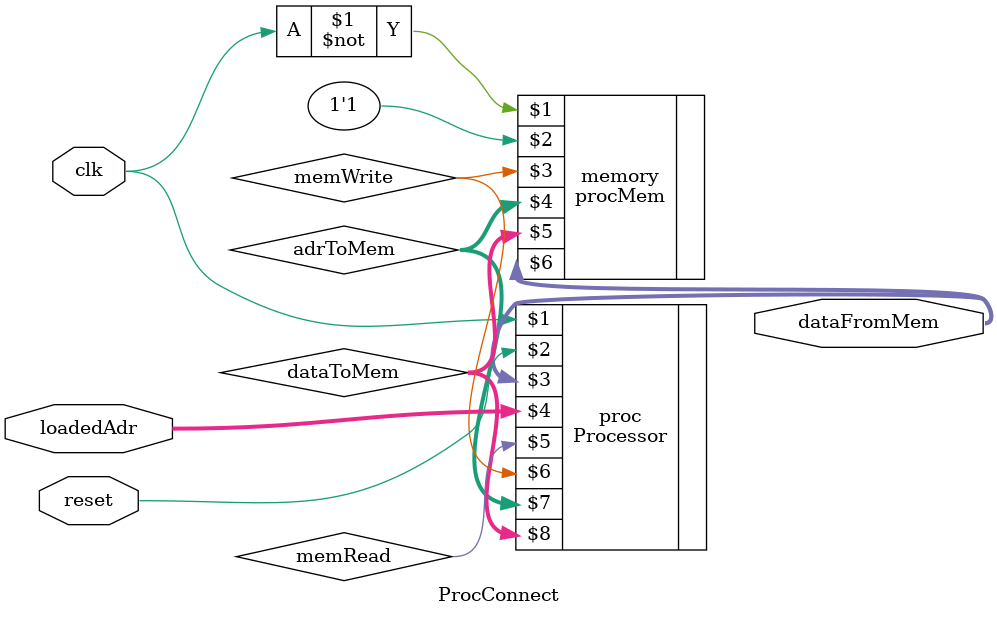
<source format=v>
module ProcConnect(clk, reset, loadedAdr, dataFromMem);
input clk, reset;
input [15:0] loadedAdr;
output [15:0] dataFromMem;

wire [15:0] adrToMem, dataFromMem, dataToMem;
wire memWrite, memRead;

Processor proc(clk, reset, dataFromMem, loadedAdr, memRead, memWrite, adrToMem, dataToMem);

procMem memory(~clk, 1'b1, memWrite, adrToMem, dataToMem, dataFromMem );

endmodule


</source>
